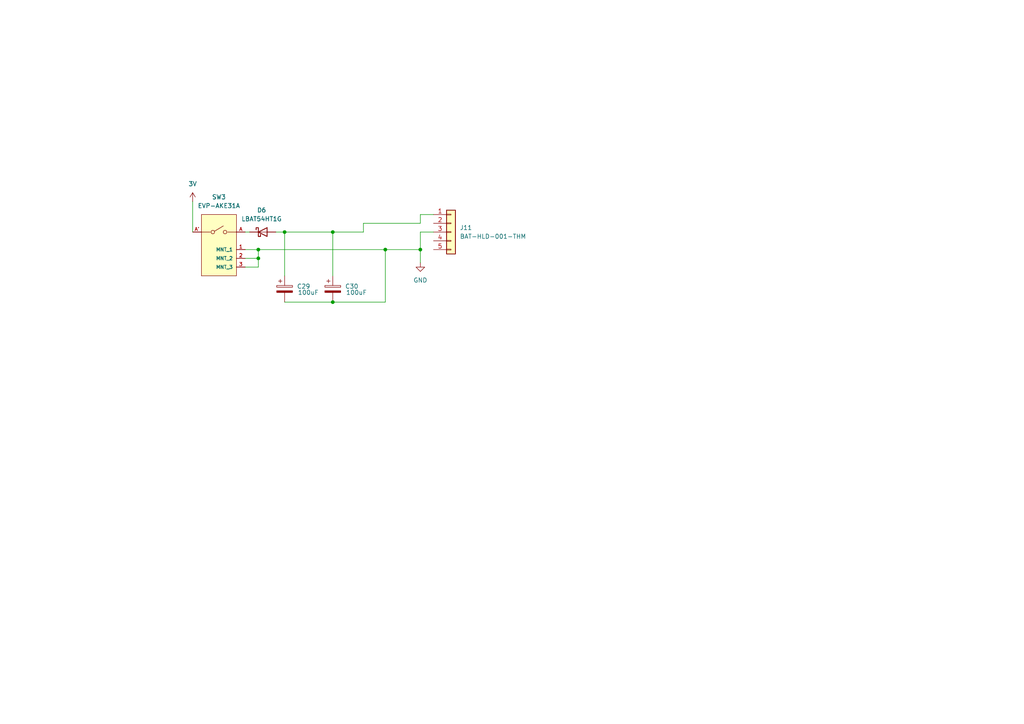
<source format=kicad_sch>
(kicad_sch (version 20231120) (generator "eeschema") (generator_version "8.0")
  (paper "A4")
  (lib_symbols
    (symbol "Brammmm:EVP-AKE31A" (pin_names (offset 1.016))
      (property "Reference" "SW" (at 0 7.62 0))
      (property "Value" "EVP-AKE31A" (at 0 10.16 0))
      (symbol "EVP-AKE31A_1_1"
        (polyline (pts (xy 5.08 0) (xy 7.62 0)))
        (polyline (pts (xy 11.43 1.778) (xy 8.89 0.254)))
        (polyline (pts (xy 12.7 0) (xy 15.24 0)))
        (rectangle (start 5.08 5.08) (end 15.24 -12.7) (fill (type background)))
        (circle (center 8.382 0) (radius 0.508))
        (circle (center 11.938 0) (radius 0.508))
        (pin passive line (at 17.78 -5.08 180) (length 2.54) (name "MNT_1") (number "1"))
        (pin passive line (at 17.78 -7.62 180) (length 2.54) (name "MNT_2") (number "2"))
        (pin passive line (at 17.78 -10.16 180) (length 2.54) (name "MNT_3") (number "3"))
        (pin passive line (at 17.78 0 180) (length 2.54) (name "A") (number "A"))
        (pin passive line (at 2.54 0 0) (length 2.54) (name "A'") (number "A'"))
      )
    )
    (symbol "Connector_Generic:Conn_01x05" (pin_names (offset 1.016) hide)
      (property "Reference" "J" (at 0 7.62 0))
      (property "Value" "Conn_01x05" (at 0 -7.62 0))
      (symbol "Conn_01x05_1_1"
        (rectangle (start -1.27 -4.953) (end 0 -5.207) (stroke (width 0.1524)))
        (rectangle (start -1.27 -2.413) (end 0 -2.667) (stroke (width 0.1524)))
        (rectangle (start -1.27 0.127) (end 0 -0.127) (stroke (width 0.1524)))
        (rectangle (start -1.27 2.667) (end 0 2.413) (stroke (width 0.1524)))
        (rectangle (start -1.27 5.207) (end 0 4.953) (stroke (width 0.1524)))
        (rectangle (start -1.27 6.35) (end 1.27 -6.35) (stroke (width 0.254)) (fill (type background)))
        (pin passive line (at -5.08 5.08 0) (length 3.81) (name "Pin_1") (number "1"))
        (pin passive line (at -5.08 2.54 0) (length 3.81) (name "Pin_2") (number "2"))
        (pin passive line (at -5.08 0 0) (length 3.81) (name "Pin_3") (number "3"))
        (pin passive line (at -5.08 -2.54 0) (length 3.81) (name "Pin_4") (number "4"))
        (pin passive line (at -5.08 -5.08 0) (length 3.81) (name "Pin_5") (number "5"))
      )
    )
    (symbol "Device:C_Polarized" (pin_numbers hide) (pin_names (offset 0.254))
      (property "Reference" "C" (at 0.635 2.54 0))
      (property "Value" "C_Polarized" (at 0.635 -2.54 0))
      (symbol "C_Polarized_0_1"
        (rectangle (start -2.286 0.508) (end 2.286 1.016))
        (polyline (pts (xy -1.778 2.286) (xy -0.762 2.286)))
        (polyline (pts (xy -1.27 2.794) (xy -1.27 1.778)))
        (rectangle (start 2.286 -0.508) (end -2.286 -1.016) (fill (type outline)))
      )
      (symbol "C_Polarized_1_1"
        (pin passive line (at 0 3.81 270) (length 2.794) (name "~") (number "1"))
        (pin passive line (at 0 -3.81 90) (length 2.794) (name "~") (number "2"))
      )
    )
    (symbol "Device:D_Schottky" (pin_numbers hide) (pin_names (offset 1.016) hide)
      (property "Reference" "D" (at 0 2.54 0))
      (property "Value" "D_Schottky" (at 0 -2.54 0))
      (symbol "D_Schottky_0_1"
        (polyline (pts (xy 1.27 0) (xy -1.27 0)))
        (polyline (pts (xy 1.27 1.27) (xy 1.27 -1.27) (xy -1.27 0) (xy 1.27 1.27)) (stroke (width 0.254)))
        (polyline (pts (xy -1.905 0.635) (xy -1.905 1.27) (xy -1.27 1.27) (xy -1.27 -1.27) (xy -0.635 -1.27) (xy -0.635 -0.635)) (stroke (width 0.254)))
      )
      (symbol "D_Schottky_1_1"
        (pin passive line (at -3.81 0 0) (length 2.54) (name "K") (number "1"))
        (pin passive line (at 3.81 0 180) (length 2.54) (name "A") (number "2"))
      )
    )
    (symbol "power:+3V0" (power) (pin_numbers hide) (pin_names (offset 0) hide)
      (property "Value" "+3V0" (at 0 3.556 0))
      (symbol "+3V0_0_1"
        (polyline (pts (xy -0.762 1.27) (xy 0 2.54)))
        (polyline (pts (xy 0 0) (xy 0 2.54)))
        (polyline (pts (xy 0 2.54) (xy 0.762 1.27)))
      )
      (symbol "+3V0_1_1"
        (pin power_in line (at 0 0 90) (length 0) (name "~") (number "1"))
      )
    )
    (symbol "power:GND" (power) (pin_numbers hide) (pin_names (offset 0) hide)
      (property "Value" "GND" (at 0 -3.81 0))
      (symbol "GND_0_1"
        (polyline (pts (xy 0 0) (xy 0 -1.27) (xy 1.27 -1.27) (xy 0 -2.54) (xy -1.27 -1.27) (xy 0 -1.27)))
      )
      (symbol "GND_1_1"
        (pin power_in line (at 0 0 270) (length 0) (name "~") (number "1"))
      )
    )
  )
  (junction (at 121.92 72.39))
  (junction (at 96.52 67.31))
  (junction (at 74.93 74.93))
  (junction (at 82.55 67.31))
  (junction (at 111.76 72.39))
  (junction (at 74.93 72.39))
  (junction (at 96.52 87.63))
  (wire (pts (xy 82.55 87.63) (xy 96.52 87.63)))
  (wire (pts (xy 111.76 72.39) (xy 111.76 87.63)))
  (wire (pts (xy 96.52 87.63) (xy 111.76 87.63)))
  (wire (pts (xy 80.01 67.31) (xy 82.55 67.31)))
  (wire (pts (xy 96.52 67.31) (xy 105.41 67.31)))
  (wire (pts (xy 105.41 64.77) (xy 121.92 64.77)))
  (wire (pts (xy 71.12 67.31) (xy 72.39 67.31)))
  (wire (pts (xy 111.76 72.39) (xy 121.92 72.39)))
  (wire (pts (xy 71.12 74.93) (xy 74.93 74.93)))
  (wire (pts (xy 74.93 72.39) (xy 111.76 72.39)))
  (wire (pts (xy 82.55 67.31) (xy 82.55 80.01)))
  (wire (pts (xy 71.12 72.39) (xy 74.93 72.39)))
  (wire (pts (xy 121.92 67.31) (xy 121.92 72.39)))
  (wire (pts (xy 125.73 62.23) (xy 121.92 62.23)))
  (wire (pts (xy 96.52 80.01) (xy 96.52 67.31)))
  (wire (pts (xy 121.92 72.39) (xy 121.92 76.2)))
  (wire (pts (xy 125.73 67.31) (xy 121.92 67.31)))
  (wire (pts (xy 74.93 74.93) (xy 74.93 72.39)))
  (wire (pts (xy 71.12 77.47) (xy 74.93 77.47)))
  (wire (pts (xy 121.92 62.23) (xy 121.92 64.77)))
  (wire (pts (xy 105.41 64.77) (xy 105.41 67.31)))
  (wire (pts (xy 74.93 77.47) (xy 74.93 74.93)))
  (wire (pts (xy 55.88 67.31) (xy 55.88 58.42)))
  (wire (pts (xy 82.55 67.31) (xy 96.52 67.31)))
  (symbol (lib_id "power:+3V0") (at 55.88 58.42 0) (unit 1)
    (property "Reference" "#PWR032" (effects (hide yes)))
    (property "Value" "3V" (at 55.88 53.34 0))
    (property "Description" "Power symbol creates a global label with name \"+3V0\"" (effects (hide yes)))
  )
  (symbol (lib_id "Connector_Generic:Conn_01x05") (at 130.81 67.31 0) (unit 1)
    (property "Reference" "J11" (at 133.35 66.0399 0) (effects (justify left)))
    (property "Value" "BAT-HLD-001-THM" (at 133.35 68.5799 0) (effects (justify left)))
    (property "Footprint" "Brammm:3009" (effects (hide yes)))
    (property "Description" "Generic connector, single row, 01x05, script generated (kicad-library-utils/schlib/autogen/connector/)" (effects (hide yes)))
  )
  (symbol (lib_id "Brammmm:EVP-AKE31A") (at 53.34 67.31 0) (unit 1)
    (property "Reference" "SW3" (at 63.5 57.15 0))
    (property "Value" "EVP-AKE31A" (at 63.5 59.69 0))
    (property "Footprint" "Brammm:Panasonic-EVP-AKE31A-MFG" (effects (hide yes)))
    (property "Datasheet" "https://www3.panasonic.biz/ac/e_download/control/switch/light-touch/catalog/sw_lt_eng_3819s_side.pdf?f_cd=402908&via=ok" (effects (hide yes)))
    (property "Description" "EVP-AKE31A" (effects (hide yes)))
    (property "category" "Switch" (effects (hide yes)))
    (property "contact current rating" "20mA" (effects (hide yes)))
    (property "contact resistance" "100mΩ" (effects (hide yes)))
    (property "device class L1" "Electromechanical" (effects (hide yes)))
    (property "device class L2" "Switches" (effects (hide yes)))
    (property "device class L3" "Tactile Switches" (effects (hide yes)))
    (property "digikey description" "3.8MM X 1.9MM / 1.6N / 0.12MM ST" (effects (hide yes)))
    (property "digikey part number" "P123437CT-ND" (effects (hide yes)))
    (property "electromechanical life" "500000Cycles" (effects (hide yes)))
    (property "height" "1.68mm" (effects (hide yes)))
    (property "lead free" "Yes" (effects (hide yes)))
    (property "library id" "5496c5f9ae71209d" (effects (hide yes)))
    (property "manufacturer" "Panasonic" (effects (hide yes)))
    (property "mount" "Surface Mount" (effects (hide yes)))
    (property "mouser description" "Switch Tactile N.O. SPST Rectangular Button Gull Wing 0.02A 15VDC 500000Cycles 1.6N SMD T/R" (effects (hide yes)))
    (property "mouser part number" "667-EVP-AKE31A" (effects (hide yes)))
    (property "operating force" "1.6N" (effects (hide yes)))
    (property "package" "SMT_SW_3MM9_2MM8" (effects (hide yes)))
    (property "rohs" "Yes" (effects (hide yes)))
    (property "temperature range high" "+85°C" (effects (hide yes)))
    (property "temperature range low" "-40°C" (effects (hide yes)))
    (property "throw configuration" "SPST-NO" (effects (hide yes)))
    (property "voltage rating DC" "15V" (effects (hide yes)))
    (property "MPN" "C569760" (effects (hide yes)))
  )
  (symbol (lib_id "Device:D_Schottky") (at 76.2 67.31 0) (unit 1)
    (property "Reference" "D6" (at 75.8825 60.96 0))
    (property "Value" "LBAT54HT1G" (at 75.8825 63.5 0))
    (property "Footprint" "Diode_SMD:D_SOD-323" (effects (hide yes)))
    (property "Description" "Schottky diode" (effects (hide yes)))
    (property "MPN" "C12744" (effects (hide yes)))
  )
  (symbol (lib_id "Device:C_Polarized") (at 82.55 83.82 0) (unit 1)
    (property "Reference" "C29" (at 86.106 83.058 0) (effects (justify left)))
    (property "Value" "100uF" (at 86.36 84.836 0) (effects (justify left)))
    (property "Footprint" "Capacitor_SMD:CP_Elec_3x5.3" (effects (hide yes)))
    (property "Description" "Polarized capacitor" (effects (hide yes)))
  )
  (symbol (lib_id "power:GND") (at 121.92 76.2 0) (unit 1)
    (property "Reference" "#PWR033" (effects (hide yes)))
    (property "Value" "GND" (at 121.92 81.28 0))
    (property "Description" "Power symbol creates a global label with name \"GND\" , ground" (effects (hide yes)))
  )
  (symbol (lib_id "Device:C_Polarized") (at 96.52 83.82 0) (unit 1)
    (property "Reference" "C30" (at 100.076 83.058 0) (effects (justify left)))
    (property "Value" "100uF" (at 100.33 84.836 0) (effects (justify left)))
    (property "Footprint" "Capacitor_SMD:CP_Elec_3x5.3" (effects (hide yes)))
    (property "Description" "Polarized capacitor" (effects (hide yes)))
  )
)
</source>
